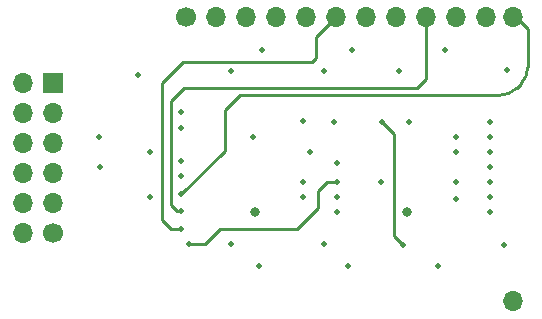
<source format=gbr>
%TF.GenerationSoftware,KiCad,Pcbnew,(6.0.9)*%
%TF.CreationDate,2023-03-11T18:38:12+09:00*%
%TF.ProjectId,Pmod_Matrix2,506d6f64-5f4d-4617-9472-6978322e6b69,rev?*%
%TF.SameCoordinates,Original*%
%TF.FileFunction,Copper,L5,Inr*%
%TF.FilePolarity,Positive*%
%FSLAX46Y46*%
G04 Gerber Fmt 4.6, Leading zero omitted, Abs format (unit mm)*
G04 Created by KiCad (PCBNEW (6.0.9)) date 2023-03-11 18:38:12*
%MOMM*%
%LPD*%
G01*
G04 APERTURE LIST*
%TA.AperFunction,ComponentPad*%
%ADD10C,1.700000*%
%TD*%
%TA.AperFunction,ComponentPad*%
%ADD11O,1.700000X1.700000*%
%TD*%
%TA.AperFunction,ComponentPad*%
%ADD12R,1.700000X1.700000*%
%TD*%
%TA.AperFunction,ViaPad*%
%ADD13C,0.500000*%
%TD*%
%TA.AperFunction,ViaPad*%
%ADD14C,0.800000*%
%TD*%
%TA.AperFunction,Conductor*%
%ADD15C,0.250000*%
%TD*%
G04 APERTURE END LIST*
D10*
%TO.N,Net-(R9-Pad1)*%
%TO.C,U4*%
X118483500Y-87760000D03*
D11*
%TO.N,Net-(R10-Pad1)*%
X121023500Y-87760000D03*
%TO.N,/ROW1*%
X123563500Y-87760000D03*
%TO.N,Net-(R11-Pad1)*%
X126103500Y-87760000D03*
%TO.N,Net-(R12-Pad1)*%
X128643500Y-87760000D03*
%TO.N,/ROW2*%
X131183500Y-87760000D03*
%TO.N,Net-(R13-Pad1)*%
X133723500Y-87760000D03*
%TO.N,Net-(R14-Pad1)*%
X136263500Y-87760000D03*
%TO.N,/ROW3*%
X138803500Y-87760000D03*
%TO.N,Net-(R15-Pad1)*%
X141343500Y-87760000D03*
%TO.N,Net-(R16-Pad1)*%
X143883500Y-87760000D03*
%TO.N,/ROW4*%
X146203500Y-87760000D03*
%TO.N,/ROW8*%
X146203500Y-111820000D03*
%TD*%
D10*
%TO.N,VCC*%
%TO.C,J1*%
X107250000Y-106045000D03*
D11*
X104710000Y-106045000D03*
%TO.N,GND*%
X107250000Y-103505000D03*
X104710000Y-103505000D03*
%TO.N,/RCLK*%
X107250000Y-100965000D03*
%TO.N,/CLK*%
X104710000Y-100965000D03*
%TO.N,Net-(J1-Pad5)*%
X107250000Y-98425000D03*
%TO.N,Net-(J1-Pad6)*%
X104710000Y-98425000D03*
%TO.N,/SER_Red*%
X107250000Y-95885000D03*
%TO.N,Net-(J1-Pad4)*%
X104710000Y-95885000D03*
D12*
%TO.N,/SER_Row*%
X107250000Y-93345000D03*
D11*
%TO.N,/SER_Green*%
X104710000Y-93345000D03*
%TD*%
D13*
%TO.N,Net-(R14-Pad2)*%
X144272000Y-102997000D03*
%TO.N,Net-(R16-Pad2)*%
X144272000Y-101727000D03*
%TO.N,Net-(R8-Pad1)*%
X144272000Y-96647000D03*
%TO.N,Net-(R12-Pad2)*%
X144272000Y-104267000D03*
%TO.N,Net-(R15-Pad2)*%
X135001000Y-101727000D03*
%TO.N,/CLK*%
X141351000Y-97917000D03*
%TO.N,Net-(R10-Pad2)*%
X141351000Y-103124000D03*
%TO.N,Net-(R7-Pad1)*%
X135128000Y-96647000D03*
%TO.N,Net-(R6-Pad1)*%
X144272000Y-97917000D03*
%TO.N,Net-(R4-Pad1)*%
X144272000Y-99187000D03*
%TO.N,Net-(R2-Pad1)*%
X144272000Y-100457000D03*
%TO.N,Net-(R5-Pad1)*%
X130238500Y-106997500D03*
%TO.N,Net-(J1-Pad6)*%
X137414000Y-96647000D03*
%TO.N,Net-(J1-Pad4)*%
X128397000Y-96520000D03*
%TO.N,Net-(R9-Pad2)*%
X114490500Y-92646500D03*
%TO.N,/SER_Red*%
X141351000Y-101727000D03*
%TO.N,/CLK*%
X124206000Y-97917000D03*
%TO.N,Net-(R5-Pad1)*%
X131064000Y-96647000D03*
%TO.N,Net-(R1-Pad1)*%
X131318000Y-101727000D03*
X118745000Y-106934000D03*
%TO.N,Net-(R3-Pad1)*%
X131318000Y-100076000D03*
%TO.N,Net-(R11-Pad2)*%
X131318000Y-104267000D03*
%TO.N,Net-(R13-Pad2)*%
X131318000Y-102997000D03*
X130175000Y-92329000D03*
%TO.N,Net-(R11-Pad2)*%
X122301000Y-92329000D03*
%TO.N,Net-(R9-Pad2)*%
X128397000Y-102997000D03*
%TO.N,Net-(R10-Pad2)*%
X124968000Y-90551000D03*
%TO.N,Net-(R12-Pad2)*%
X132588000Y-90551000D03*
%TO.N,Net-(R14-Pad2)*%
X140462000Y-90551000D03*
%TO.N,Net-(R15-Pad2)*%
X136525000Y-92329000D03*
%TO.N,Net-(R16-Pad2)*%
X145669000Y-92202000D03*
%TO.N,Net-(R3-Pad1)*%
X122301000Y-106934000D03*
%TO.N,Net-(R2-Pad1)*%
X124714000Y-108839000D03*
%TO.N,Net-(R4-Pad1)*%
X132207000Y-108839000D03*
%TO.N,Net-(R7-Pad1)*%
X136906000Y-107061000D03*
%TO.N,Net-(R6-Pad1)*%
X139827000Y-108839000D03*
%TO.N,Net-(R8-Pad1)*%
X145415000Y-107061000D03*
D14*
%TO.N,VCC*%
X137186500Y-104267000D03*
D13*
%TO.N,/SER_Green*%
X128397000Y-101727000D03*
D14*
%TO.N,VCC*%
X124386000Y-104267000D03*
D13*
%TO.N,/ROW2*%
X118110000Y-105664000D03*
%TO.N,/ROW3*%
X118110000Y-104140000D03*
%TO.N,/ROW4*%
X118110000Y-102743000D03*
%TO.N,/RCLK*%
X141351000Y-99187000D03*
X129032000Y-99187000D03*
X115443000Y-99187000D03*
%TO.N,/ROW8*%
X118110000Y-95758000D03*
%TO.N,/ROW1*%
X115443000Y-102997000D03*
%TO.N,/CLK*%
X111125000Y-97917000D03*
%TO.N,/SER_Row*%
X111252000Y-100457000D03*
%TO.N,/ROW7*%
X118110000Y-97155000D03*
%TO.N,/ROW6*%
X118110000Y-99949000D03*
%TO.N,/ROW5*%
X118110000Y-101219000D03*
%TD*%
D15*
%TO.N,Net-(R7-Pad1)*%
X136144000Y-97663000D02*
X136144000Y-106299000D01*
X136144000Y-106299000D02*
X136906000Y-107061000D01*
X135128000Y-96647000D02*
X136144000Y-97663000D01*
%TO.N,/ROW4*%
X146508801Y-93775227D02*
G75*
G02*
X145094573Y-94361000I-1414201J1414227D01*
G01*
X146861228Y-93422800D02*
G75*
G03*
X147447000Y-92008573I-1414228J1414200D01*
G01*
%TO.N,Net-(R1-Pad1)*%
X120142000Y-106934000D02*
X118745000Y-106934000D01*
X121412000Y-105664000D02*
X120142000Y-106934000D01*
X127889000Y-105664000D02*
X121412000Y-105664000D01*
X130429000Y-101727000D02*
X129667000Y-102489000D01*
X129667000Y-102489000D02*
X129667000Y-103886000D01*
X131318000Y-101727000D02*
X130429000Y-101727000D01*
X129667000Y-103886000D02*
X127889000Y-105664000D01*
%TO.N,/ROW2*%
X129159000Y-91567000D02*
X129540000Y-91186000D01*
X116459000Y-93345000D02*
X118237000Y-91567000D01*
X118237000Y-91567000D02*
X129159000Y-91567000D01*
X116459000Y-104902000D02*
X116459000Y-93345000D01*
X129540000Y-89403500D02*
X131183500Y-87760000D01*
X117221000Y-105664000D02*
X116459000Y-104902000D01*
X129540000Y-91186000D02*
X129540000Y-89403500D01*
X118110000Y-105664000D02*
X117221000Y-105664000D01*
%TO.N,/ROW3*%
X138803500Y-92971500D02*
X138803500Y-87760000D01*
X118364000Y-93726000D02*
X138049000Y-93726000D01*
X117221000Y-94869000D02*
X118364000Y-93726000D01*
X138049000Y-93726000D02*
X138803500Y-92971500D01*
X117221000Y-103632000D02*
X117221000Y-94869000D01*
X118110000Y-104140000D02*
X117729000Y-104140000D01*
X117729000Y-104140000D02*
X117221000Y-103632000D01*
%TO.N,/ROW4*%
X146434000Y-87760000D02*
X146203500Y-87760000D01*
X123063000Y-94361000D02*
X145094573Y-94361000D01*
X121793000Y-95631000D02*
X123063000Y-94361000D01*
X121793000Y-99060000D02*
X121793000Y-95631000D01*
X146508787Y-93775213D02*
X146861214Y-93422786D01*
X118110000Y-102743000D02*
X121793000Y-99060000D01*
X147447000Y-92008573D02*
X147447000Y-88773000D01*
X147447000Y-88773000D02*
X146434000Y-87760000D01*
%TD*%
M02*

</source>
